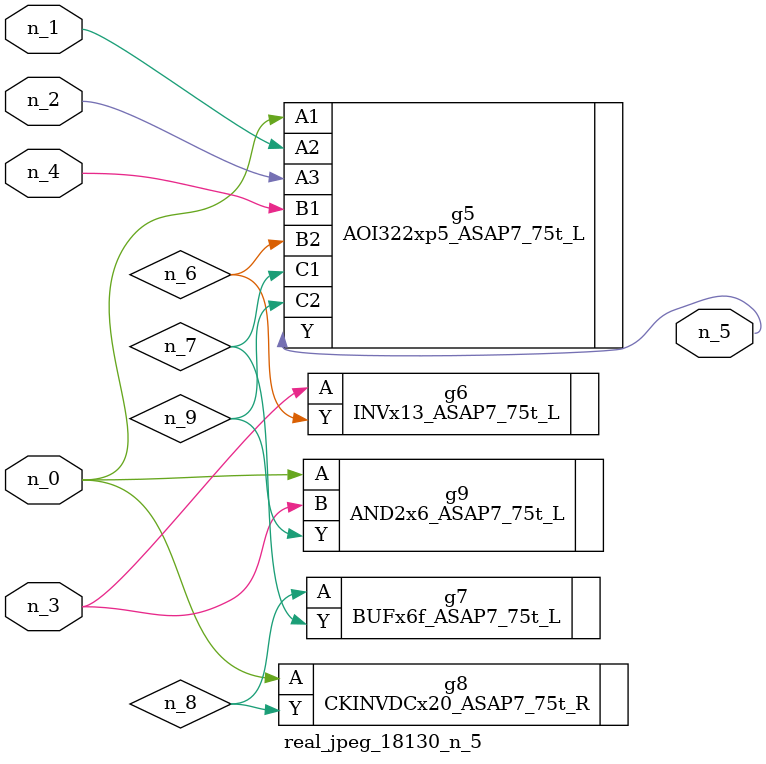
<source format=v>
module real_jpeg_18130_n_5 (n_4, n_0, n_1, n_2, n_3, n_5);

input n_4;
input n_0;
input n_1;
input n_2;
input n_3;

output n_5;

wire n_8;
wire n_6;
wire n_7;
wire n_9;

AOI322xp5_ASAP7_75t_L g5 ( 
.A1(n_0),
.A2(n_1),
.A3(n_2),
.B1(n_4),
.B2(n_6),
.C1(n_7),
.C2(n_9),
.Y(n_5)
);

CKINVDCx20_ASAP7_75t_R g8 ( 
.A(n_0),
.Y(n_8)
);

AND2x6_ASAP7_75t_L g9 ( 
.A(n_0),
.B(n_3),
.Y(n_9)
);

INVx13_ASAP7_75t_L g6 ( 
.A(n_3),
.Y(n_6)
);

BUFx6f_ASAP7_75t_L g7 ( 
.A(n_8),
.Y(n_7)
);


endmodule
</source>
